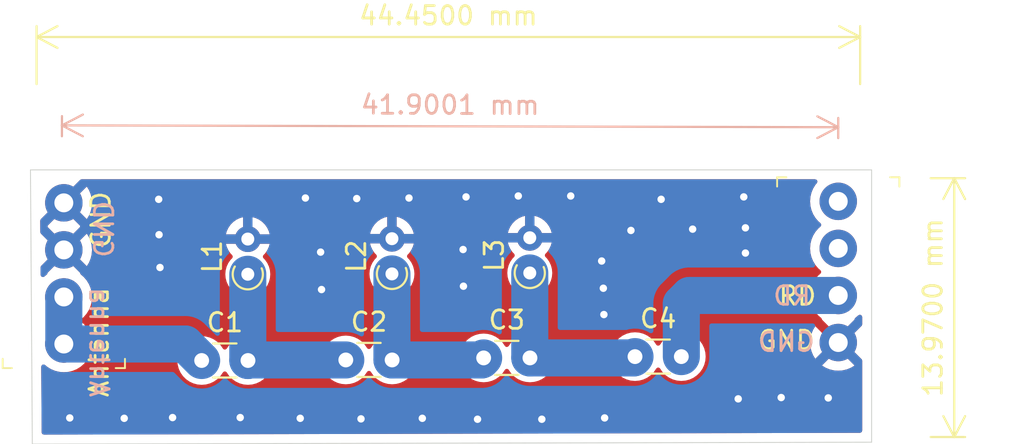
<source format=kicad_pcb>
(kicad_pcb (version 20211014) (generator pcbnew)
  (layers (0 "F.Cu" signal) (31 "B.Cu" signal) (34 "B.Paste" user) (35 "F.Paste" user) (36 "B.SilkS" user "B.Silkscreen") (37 "F.SilkS" user "F.Silkscreen") (38 "B.Mask" user) (39 "F.Mask" user) (44 "Edge.Cuts" user))
  (net 0 "")
  (net 1 "GNDPWR")
  (net 2 "Net-(C1-Pad1)")
  (net 3 "Net-(C1-Pad2)")
  (net 4 "Net-(C2-Pad2)")
  (net 5 "Net-(C3-Pad2)")
  (net 6 "Net-(C4-Pad2)")
  (footprint "Capacitor_THT:C_Disc_D3.0mm_W1.6mm_P2.50mm" (layer "F.Cu") (at 121.94 79.69)
    (fp_text reference "C1" (at 1.25 -2.05) (layer "F.SilkS"))
    (fp_text value "2.2nF")
    (fp_line (start 0.621 -0.92) (end 1.879 -0.92) (layer "F.SilkS") (width 0.12))
    (fp_line (start 0.621 0.92) (end 1.879 0.92) (layer "F.SilkS") (width 0.12))
    (pad "1" thru_hole circle (at 0 0) (size 1.6 1.6) (drill 0.8) (layers *.Cu *.Mask) (net 2 "Net-(C1-Pad1)"))
    (pad "2" thru_hole circle (at 2.5 0) (size 1.6 1.6) (drill 0.8) (layers *.Cu *.Mask) (net 3 "Net-(C1-Pad2)"))
  )
  (footprint "Capacitor_THT:C_Disc_D3.0mm_W1.6mm_P2.50mm" (layer "F.Cu") (at 129.72 79.66)
    (fp_text reference "C2" (at 1.25 -2.05) (layer "F.SilkS"))
    (fp_text value "820")
    (fp_line (start 0.621 0.92) (end 1.879 0.92) (layer "F.SilkS") (width 0.12))
    (fp_line (start 0.621 -0.92) (end 1.879 -0.92) (layer "F.SilkS") (width 0.12))
    (pad "1" thru_hole circle (at 0 0) (size 1.6 1.6) (drill 0.8) (layers *.Cu *.Mask) (net 3 "Net-(C1-Pad2)"))
    (pad "2" thru_hole circle (at 2.5 0) (size 1.6 1.6) (drill 0.8) (layers *.Cu *.Mask) (net 4 "Net-(C2-Pad2)"))
  )
  (footprint "Capacitor_THT:C_Disc_D3.0mm_W1.6mm_P2.50mm" (layer "F.Cu") (at 137.16 79.55)
    (fp_text reference "C3" (at 1.25 -2.05) (layer "F.SilkS"))
    (fp_text value "820")
    (fp_line (start 0.621 0.92) (end 1.879 0.92) (layer "F.SilkS") (width 0.12))
    (fp_line (start 0.621 -0.92) (end 1.879 -0.92) (layer "F.SilkS") (width 0.12))
    (pad "1" thru_hole circle (at 0 0) (size 1.6 1.6) (drill 0.8) (layers *.Cu *.Mask) (net 4 "Net-(C2-Pad2)"))
    (pad "2" thru_hole circle (at 2.5 0) (size 1.6 1.6) (drill 0.8) (layers *.Cu *.Mask) (net 5 "Net-(C3-Pad2)"))
  )
  (footprint "Capacitor_THT:C_Disc_D3.0mm_W1.6mm_P2.50mm" (layer "F.Cu") (at 145.33 79.48)
    (fp_text reference "C4" (at 1.25 -2.05) (layer "F.SilkS"))
    (fp_text value "2.2nF")
    (fp_line (start 0.621 -0.92) (end 1.879 -0.92) (layer "F.SilkS") (width 0.12))
    (fp_line (start 0.621 0.92) (end 1.879 0.92) (layer "F.SilkS") (width 0.12))
    (pad "1" thru_hole circle (at 0 0) (size 1.6 1.6) (drill 0.8) (layers *.Cu *.Mask) (net 5 "Net-(C3-Pad2)"))
    (pad "2" thru_hole circle (at 2.5 0) (size 1.6 1.6) (drill 0.8) (layers *.Cu *.Mask) (net 6 "Net-(C4-Pad2)"))
  )
  (footprint "digikey-footprints:PinHeader_1x4_P2.54mm_Drill1.02mm" (layer "F.Cu") (at 114.5 78.8 90)
    (fp_text reference "J1" hide)
    (fp_text value "Conn_01x04" hide)
    (fp_line (start -1.3 -3.3) (end -0.8 -3.3) (layer "F.SilkS") (width 0.1))
    (fp_line (start -1.3 3.3) (end -0.8 3.3) (layer "F.SilkS") (width 0.1))
    (fp_line (start -1.3 3.3) (end -1.3 2.8) (layer "F.SilkS") (width 0.1))
    (fp_line (start -1.3 -3.3) (end -1.3 -2.8) (layer "F.SilkS") (width 0.1))
    (pad "1" thru_hole circle locked (at 0 0 90) (size 2.02 2.02) (drill 1.02) (layers *.Cu *.Mask) (net 2 "Net-(C1-Pad1)"))
    (pad "2" thru_hole circle locked (at 2.54 0 90) (size 2.02 2.02) (drill 1.02) (layers *.Cu *.Mask) (net 2 "Net-(C1-Pad1)"))
    (pad "3" thru_hole circle locked (at 5.08 0 90) (size 2.02 2.02) (drill 1.02) (layers *.Cu *.Mask) (net 1 "GNDPWR"))
    (pad "4" thru_hole circle locked (at 7.62 0 90) (size 2.02 2.02) (drill 1.02) (layers *.Cu *.Mask) (net 1 "GNDPWR"))
  )
  (footprint "digikey-footprints:PinHeader_1x4_P2.54mm_Drill1.02mm" (layer "F.Cu") (at 156.3 71.1 -90)
    (fp_text reference "J2" hide)
    (fp_text value "Conn_01x04" hide)
    (fp_line (start -1.3 -3.3) (end -0.8 -3.3) (layer "F.SilkS") (width 0.1))
    (fp_line (start -1.3 -3.3) (end -1.3 -2.8) (layer "F.SilkS") (width 0.1))
    (fp_line (start -1.3 3.3) (end -0.8 3.3) (layer "F.SilkS") (width 0.1))
    (fp_line (start -1.3 3.3) (end -1.3 2.8) (layer "F.SilkS") (width 0.1))
    (pad "1" thru_hole circle locked (at 0 0 270) (size 2.02 2.02) (drill 1.02) (layers *.Cu *.Mask))
    (pad "2" thru_hole circle locked (at 2.54 0 270) (size 2.02 2.02) (drill 1.02) (layers *.Cu *.Mask))
    (pad "3" thru_hole circle locked (at 5.08 0 270) (size 2.02 2.02) (drill 1.02) (layers *.Cu *.Mask) (net 6 "Net-(C4-Pad2)"))
    (pad "4" thru_hole circle locked (at 7.62 0 270) (size 2.02 2.02) (drill 1.02) (layers *.Cu *.Mask) (net 1 "GNDPWR"))
  )
  (footprint "Resistor_THT:R_Axial_DIN0204_L3.6mm_D1.6mm_P1.90mm_Vertical" (layer "F.Cu") (at 124.43 75.035 90)
    (fp_text reference "L1" (at 0.95 -1.92 90) (layer "F.SilkS"))
    (fp_text value "2.2uH")
    (fp_arc (start 0.320095 0.749359) (mid -0.813042 -0.054435) (end 0.417133 -0.7) (layer "F.SilkS") (width 0.12))
    (pad "1" thru_hole circle (at 0 0 90) (size 1.4 1.4) (drill 0.7) (layers *.Cu *.Mask) (net 3 "Net-(C1-Pad2)"))
    (pad "2" thru_hole oval (at 1.9 0 90) (size 1.4 1.4) (drill 0.7) (layers *.Cu *.Mask) (net 1 "GNDPWR"))
  )
  (footprint "Resistor_THT:R_Axial_DIN0204_L3.6mm_D1.6mm_P1.90mm_Vertical" (layer "F.Cu") (at 132.21 75.015 90)
    (fp_text reference "L2" (at 0.95 -1.92 90) (layer "F.SilkS"))
    (fp_text value "2.2uH")
    (fp_arc (start 0.320095 0.749359) (mid -0.813042 -0.054435) (end 0.417133 -0.7) (layer "F.SilkS") (width 0.12))
    (pad "1" thru_hole circle (at 0 0 90) (size 1.4 1.4) (drill 0.7) (layers *.Cu *.Mask) (net 4 "Net-(C2-Pad2)"))
    (pad "2" thru_hole oval (at 1.9 0 90) (size 1.4 1.4) (drill 0.7) (layers *.Cu *.Mask) (net 1 "GNDPWR"))
  )
  (footprint "Resistor_THT:R_Axial_DIN0204_L3.6mm_D1.6mm_P1.90mm_Vertical" (layer "F.Cu") (at 139.65 74.965 90)
    (fp_text reference "L3" (at 0.95 -1.92 90) (layer "F.SilkS"))
    (fp_text value "2.2uH")
    (fp_arc (start 0.320095 0.749359) (mid -0.813042 -0.054435) (end 0.417133 -0.7) (layer "F.SilkS") (width 0.12))
    (pad "1" thru_hole circle (at 0 0 90) (size 1.4 1.4) (drill 0.7) (layers *.Cu *.Mask) (net 5 "Net-(C3-Pad2)"))
    (pad "2" thru_hole oval (at 1.9 0 90) (size 1.4 1.4) (drill 0.7) (layers *.Cu *.Mask) (net 1 "GNDPWR"))
  )
  (gr_line (start 112.8 84.2) (end 112.7 69.4) (layer "Edge.Cuts") (width 0.05))
  (gr_line (start 158.1 69.4) (end 158.1 84.1) (layer "Edge.Cuts") (width 0.05))
  (gr_line (start 112.7 69.4) (end 158.1 69.4) (layer "Edge.Cuts") (width 0.05))
  (gr_line (start 158.1 84.1) (end 112.8 84.2) (layer "Edge.Cuts") (width 0.05))
  (gr_text "RD" (at 153.8 76.2) (layer "B.SilkS") (effects (font (size 1 1)) (justify mirror)))
  (gr_text "GND\n" (at 116.6 72.6 270) (layer "B.SilkS") (effects (font (size 1 1)) (justify mirror)))
  (gr_text "Antenna" (at 116.4 78.7 270) (layer "B.SilkS") (effects (font (size 1 1)) (justify mirror)))
  (gr_text "GND" (at 153.5 78.7) (layer "B.SilkS") (effects (font (size 1 1)) (justify mirror)))
  (gr_text "GND" (at 116.5 72.1 90) (layer "F.SilkS") (effects (font (size 1 1))))
  (gr_text "GND" (at 153.5 78.6) (layer "F.SilkS") (effects (font (size 1 1))))
  (gr_text "RD" (at 154.1 76.2) (layer "F.SilkS") (effects (font (size 1 1))))
  (gr_text "Antenna" (at 116.4 78.7 90) (layer "F.SilkS") (effects (font (size 1 1))))
  (dimension (type aligned) (layer "B.SilkS") (pts (xy 156.3 66.6) (xy 114.4 66.5)) (height -0.498566) (gr_text "41.9001 mm" (at 135.351555 65.898568 -0.1367438442) (layer "B.SilkS") (effects (font (size 1 1) (thickness 0.15)))) (format (units 2) (units_format 1) (precision 4)) (style (thickness 0.12) (arrow_length 1.27) (text_position_mode 0) (extension_height 0.58642) (extension_offset 0) keep_text_aligned))
  (dimension (type aligned) (layer "F.SilkS") (pts (xy 161.29 83.82) (xy 161.29 69.85)) (height 1.27) (gr_text "13.9700 mm" (at 161.41 76.835 90) (layer "F.SilkS") (effects (font (size 1 1) (thickness 0.15)))) (format (units 2) (units_format 1) (precision 4)) (style (thickness 0.12) (arrow_length 1.27) (text_position_mode 0) (extension_height 0.58642) (extension_offset 0) keep_text_aligned))
  (dimension (type aligned) (layer "F.SilkS") (pts (xy 157.48 64.77) (xy 113.03 64.77)) (height 2.54) (gr_text "44.4500 mm" (at 135.255 61.08) (layer "F.SilkS") (effects (font (size 1 1) (thickness 0.15)))) (format (units 2) (units_format 1) (precision 4)) (style (thickness 0.12) (arrow_length 1.27) (text_position_mode 0) (extension_height 0.58642) (extension_offset 0) keep_text_aligned))
  (via (at 128.36 73.84) (size 0.8) (drill 0.4) (layers "F.Cu" "B.Cu") (net 1))
  (via (at 114.82 82.79) (size 0.8) (drill 0.4) (layers "F.Cu" "B.Cu") (net 1))
  (via (at 143.62 75.79) (size 0.8) (drill 0.4) (layers "F.Cu" "B.Cu") (net 1))
  (via (at 153.22 81.69) (size 0.8) (drill 0.4) (layers "F.Cu" "B.Cu") (net 1))
  (via (at 151.29 73.89) (size 0.8) (drill 0.4) (layers "F.Cu" "B.Cu") (net 1))
  (via (at 143.69 82.79) (size 0.8) (drill 0.4) (layers "F.Cu" "B.Cu") (net 1))
  (via (at 130.54 82.84) (size 0.8) (drill 0.4) (layers "F.Cu" "B.Cu") (net 1))
  (via (at 136.05 73.7) (size 0.8) (drill 0.4) (layers "F.Cu" "B.Cu") (net 1))
  (via (at 117.76 82.81) (size 0.8) (drill 0.4) (layers "F.Cu" "B.Cu") (net 1))
  (via (at 141.86 70.81) (size 0.8) (drill 0.4) (layers "F.Cu" "B.Cu") (net 1))
  (via (at 130.31 70.95) (size 0.8) (drill 0.4) (layers "F.Cu" "B.Cu") (net 1))
  (via (at 139.03 70.81) (size 0.8) (drill 0.4) (layers "F.Cu" "B.Cu") (net 1))
  (via (at 151.2 70.86) (size 0.8) (drill 0.4) (layers "F.Cu" "B.Cu") (net 1))
  (via (at 143.53 74.32) (size 0.8) (drill 0.4) (layers "F.Cu" "B.Cu") (net 1))
  (via (at 133.13 70.92) (size 0.8) (drill 0.4) (layers "F.Cu" "B.Cu") (net 1))
  (via (at 128.41 75.86) (size 0.8) (drill 0.4) (layers "F.Cu" "B.Cu") (net 1))
  (via (at 136.21 70.86) (size 0.8) (drill 0.4) (layers "F.Cu" "B.Cu") (net 1))
  (via (at 155.76 81.71) (size 0.8) (drill 0.4) (layers "F.Cu" "B.Cu") (net 1))
  (via (at 127.26 82.81) (size 0.8) (drill 0.4) (layers "F.Cu" "B.Cu") (net 1))
  (via (at 124.02 82.77) (size 0.8) (drill 0.4) (layers "F.Cu" "B.Cu") (net 1))
  (via (at 143.65 77.21) (size 0.8) (drill 0.4) (layers "F.Cu" "B.Cu") (net 1))
  (via (at 140.3 82.86) (size 0.8) (drill 0.4) (layers "F.Cu" "B.Cu") (net 1))
  (via (at 119.64 72.9) (size 0.8) (drill 0.4) (layers "F.Cu" "B.Cu") (net 1))
  (via (at 151.29 72.53) (size 0.8) (drill 0.4) (layers "F.Cu" "B.Cu") (net 1))
  (via (at 120.37 82.77) (size 0.8) (drill 0.4) (layers "F.Cu" "B.Cu") (net 1))
  (via (at 133.85 82.81) (size 0.8) (drill 0.4) (layers "F.Cu" "B.Cu") (net 1))
  (via (at 146.74 70.99) (size 0.8) (drill 0.4) (layers "F.Cu" "B.Cu") (net 1))
  (via (at 136.07 75.68) (size 0.8) (drill 0.4) (layers "F.Cu" "B.Cu") (net 1))
  (via (at 119.69 74.67) (size 0.8) (drill 0.4) (layers "F.Cu" "B.Cu") (net 1))
  (via (at 145.11 72.67) (size 0.8) (drill 0.4) (layers "F.Cu" "B.Cu") (net 1))
  (via (at 148.44 72.6) (size 0.8) (drill 0.4) (layers "F.Cu" "B.Cu") (net 1))
  (via (at 119.62 70.99) (size 0.8) (drill 0.4) (layers "F.Cu" "B.Cu") (net 1))
  (via (at 127.54 70.92) (size 0.8) (drill 0.4) (layers "F.Cu" "B.Cu") (net 1))
  (via (at 136.83 82.86) (size 0.8) (drill 0.4) (layers "F.Cu" "B.Cu") (net 1))
  (via (at 150.9 81.76) (size 0.8) (drill 0.4) (layers "F.Cu" "B.Cu") (net 1))
  (segment (start 121.05 78.8) (end 121.94 79.69) (width 2) (layer "B.Cu") (net 2))
  (segment (start 114.5 78.8) (end 121.05 78.8) (width 2) (layer "B.Cu") (net 2))
  (segment (start 114.5 76.26) (end 114.5 78.8) (width 2) (layer "B.Cu") (net 2))
  (segment (start 124.47 79.66) (end 124.44 79.69) (width 2) (layer "B.Cu") (net 3))
  (segment (start 124.43 79.68) (end 124.44 79.69) (width 2) (layer "B.Cu") (net 3))
  (segment (start 129.72 79.66) (end 124.47 79.66) (width 2) (layer "B.Cu") (net 3))
  (segment (start 124.43 75.035) (end 124.43 79.68) (width 2) (layer "B.Cu") (net 3))
  (segment (start 137.05 79.66) (end 137.16 79.55) (width 2) (layer "B.Cu") (net 4))
  (segment (start 132.22 79.66) (end 137.05 79.66) (width 2) (layer "B.Cu") (net 4))
  (segment (start 132.21 79.65) (end 132.22 79.66) (width 2) (layer "B.Cu") (net 4))
  (segment (start 132.21 75.015) (end 132.21 79.65) (width 2) (layer "B.Cu") (net 4))
  (segment (start 139.65 74.965) (end 139.65 79.54) (width 2) (layer "B.Cu") (net 5))
  (segment (start 139.66 79.55) (end 145.26 79.55) (width 2) (layer "B.Cu") (net 5))
  (segment (start 145.26 79.55) (end 145.33 79.48) (width 2) (layer "B.Cu") (net 5))
  (segment (start 139.65 79.54) (end 139.66 79.55) (width 2) (layer "B.Cu") (net 5))
  (segment (start 148.27 76.18) (end 156.3 76.18) (width 2) (layer "B.Cu") (net 6))
  (segment (start 147.83 79.48) (end 147.83 76.62) (width 2) (layer "B.Cu") (net 6))
  (segment (start 147.83 76.62) (end 148.27 76.18) (width 2) (layer "B.Cu") (net 6))
  (zone (net 1) (net_name "GNDPWR") (layer "F.Cu") (connect_pads (clearance 0.508)) (min_thickness 0.254) (fill yes (thermal_gap 0.508) (thermal_bridge_width 0.508))
    (polygon (pts (xy 158.02 84.14) (xy 112.73 84.2) (xy 112.73 69.32) (xy 158.08 69.32)))
  )
  (zone (net 1) (net_name "GNDPWR") (layer "B.Cu") (connect_pads (clearance 0.508)) (min_thickness 0.254) (fill yes (thermal_gap 0.508) (thermal_bridge_width 0.508))
    (polygon (pts (xy 158.02 84.14) (xy 112.84 84.14) (xy 112.73 69.43) (xy 157.97 69.43)))
  )
)
</source>
